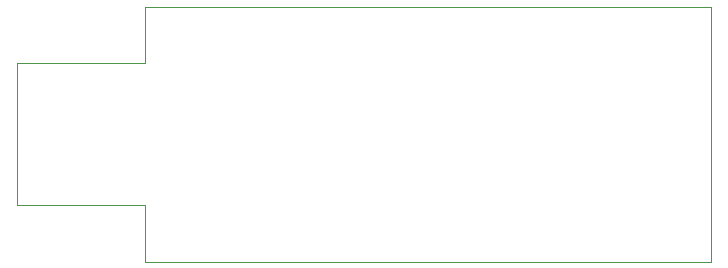
<source format=gko>
G75*
G70*
%OFA0B0*%
%FSLAX24Y24*%
%IPPOS*%
%LPD*%
%AMOC8*
5,1,8,0,0,1.08239X$1,22.5*
%
%ADD10C,0.0000*%
D10*
X004357Y000103D02*
X004357Y001978D01*
X000107Y001978D01*
X000107Y006728D01*
X004357Y006728D01*
X004357Y008603D01*
X023227Y008603D01*
X023227Y000103D01*
X004357Y000103D01*
M02*

</source>
